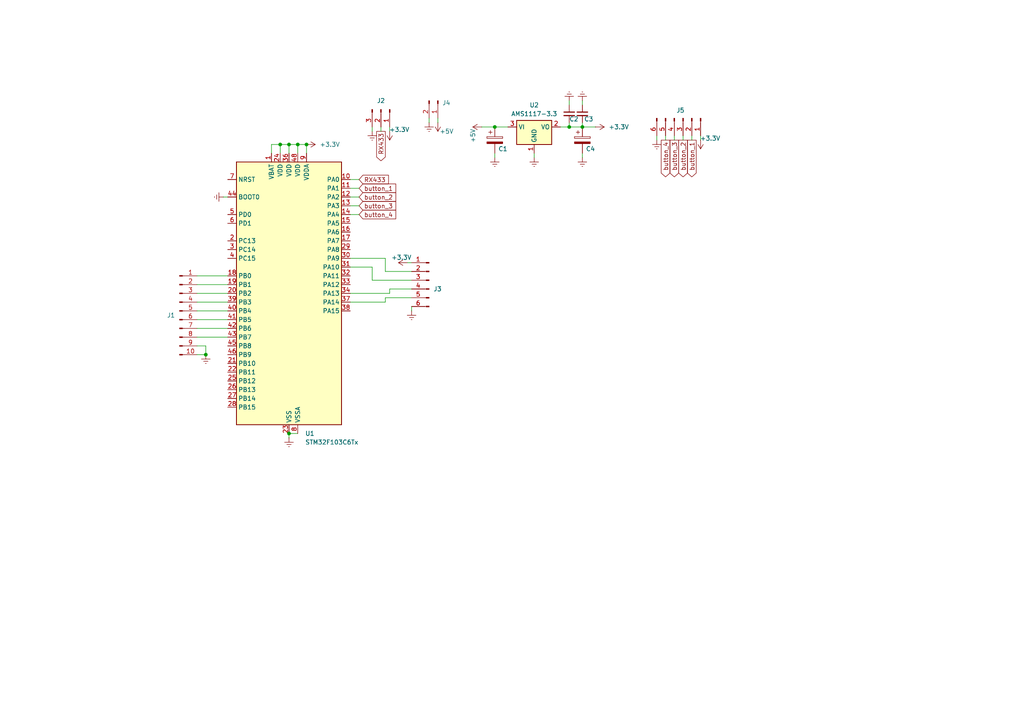
<source format=kicad_sch>
(kicad_sch (version 20250114) (generator "eeschema") (generator_version "9.0")
  (paper "A4")
  (lib_symbols
    (symbol "Connector:Conn_01x02_Pin" (pin_names (offset 1.016) (hide yes))
      (property "Reference" "J" (at 0 2.54 0))
      (property "Value" "Conn_01x02_Pin" (at 0 -5.08 0))
      (symbol "Conn_01x02_Pin_1_1"
        (rectangle (start 0.8636 0.127) (end 0 -0.127) (stroke (width 0.1524)) (fill (type outline)))
        (rectangle (start 0.8636 -2.413) (end 0 -2.667) (stroke (width 0.1524)) (fill (type outline)))
        (polyline (pts (xy 1.27 0) (xy 0.8636 0)) (stroke (width 0.1524)))
        (polyline (pts (xy 1.27 -2.54) (xy 0.8636 -2.54)) (stroke (width 0.1524)))
        (pin passive line (at 5.08 0 180) (length 3.81) (name "Pin_1") (number "1"))
        (pin passive line (at 5.08 -2.54 180) (length 3.81) (name "Pin_2") (number "2"))
      )
    )
    (symbol "Connector:Conn_01x03_Pin" (pin_names (offset 1.016) (hide yes))
      (property "Reference" "J" (at 0 5.08 0))
      (property "Value" "Conn_01x03_Pin" (at 0 -5.08 0))
      (symbol "Conn_01x03_Pin_1_1"
        (rectangle (start 0.8636 2.667) (end 0 2.413) (stroke (width 0.1524)) (fill (type outline)))
        (rectangle (start 0.8636 0.127) (end 0 -0.127) (stroke (width 0.1524)) (fill (type outline)))
        (rectangle (start 0.8636 -2.413) (end 0 -2.667) (stroke (width 0.1524)) (fill (type outline)))
        (polyline (pts (xy 1.27 2.54) (xy 0.8636 2.54)) (stroke (width 0.1524)))
        (polyline (pts (xy 1.27 0) (xy 0.8636 0)) (stroke (width 0.1524)))
        (polyline (pts (xy 1.27 -2.54) (xy 0.8636 -2.54)) (stroke (width 0.1524)))
        (pin passive line (at 5.08 2.54 180) (length 3.81) (name "Pin_1") (number "1"))
        (pin passive line (at 5.08 0 180) (length 3.81) (name "Pin_2") (number "2"))
        (pin passive line (at 5.08 -2.54 180) (length 3.81) (name "Pin_3") (number "3"))
      )
    )
    (symbol "Connector:Conn_01x06_Pin" (pin_names (offset 1.016) (hide yes))
      (property "Reference" "J" (at 0 7.62 0))
      (property "Value" "Conn_01x06_Pin" (at 0 -10.16 0))
      (symbol "Conn_01x06_Pin_1_1"
        (rectangle (start 0.8636 5.207) (end 0 4.953) (stroke (width 0.1524)) (fill (type outline)))
        (rectangle (start 0.8636 2.667) (end 0 2.413) (stroke (width 0.1524)) (fill (type outline)))
        (rectangle (start 0.8636 0.127) (end 0 -0.127) (stroke (width 0.1524)) (fill (type outline)))
        (rectangle (start 0.8636 -2.413) (end 0 -2.667) (stroke (width 0.1524)) (fill (type outline)))
        (rectangle (start 0.8636 -4.953) (end 0 -5.207) (stroke (width 0.1524)) (fill (type outline)))
        (rectangle (start 0.8636 -7.493) (end 0 -7.747) (stroke (width 0.1524)) (fill (type outline)))
        (polyline (pts (xy 1.27 5.08) (xy 0.8636 5.08)) (stroke (width 0.1524)))
        (polyline (pts (xy 1.27 2.54) (xy 0.8636 2.54)) (stroke (width 0.1524)))
        (polyline (pts (xy 1.27 0) (xy 0.8636 0)) (stroke (width 0.1524)))
        (polyline (pts (xy 1.27 -2.54) (xy 0.8636 -2.54)) (stroke (width 0.1524)))
        (polyline (pts (xy 1.27 -5.08) (xy 0.8636 -5.08)) (stroke (width 0.1524)))
        (polyline (pts (xy 1.27 -7.62) (xy 0.8636 -7.62)) (stroke (width 0.1524)))
        (pin passive line (at 5.08 5.08 180) (length 3.81) (name "Pin_1") (number "1"))
        (pin passive line (at 5.08 2.54 180) (length 3.81) (name "Pin_2") (number "2"))
        (pin passive line (at 5.08 0 180) (length 3.81) (name "Pin_3") (number "3"))
        (pin passive line (at 5.08 -2.54 180) (length 3.81) (name "Pin_4") (number "4"))
        (pin passive line (at 5.08 -5.08 180) (length 3.81) (name "Pin_5") (number "5"))
        (pin passive line (at 5.08 -7.62 180) (length 3.81) (name "Pin_6") (number "6"))
      )
    )
    (symbol "Connector:Conn_01x10_Pin" (pin_names (offset 1.016) (hide yes))
      (property "Reference" "J" (at 0 12.7 0))
      (property "Value" "Conn_01x10_Pin" (at 0 -15.24 0))
      (symbol "Conn_01x10_Pin_1_1"
        (rectangle (start 0.8636 10.287) (end 0 10.033) (stroke (width 0.1524)) (fill (type outline)))
        (rectangle (start 0.8636 7.747) (end 0 7.493) (stroke (width 0.1524)) (fill (type outline)))
        (rectangle (start 0.8636 5.207) (end 0 4.953) (stroke (width 0.1524)) (fill (type outline)))
        (rectangle (start 0.8636 2.667) (end 0 2.413) (stroke (width 0.1524)) (fill (type outline)))
        (rectangle (start 0.8636 0.127) (end 0 -0.127) (stroke (width 0.1524)) (fill (type outline)))
        (rectangle (start 0.8636 -2.413) (end 0 -2.667) (stroke (width 0.1524)) (fill (type outline)))
        (rectangle (start 0.8636 -4.953) (end 0 -5.207) (stroke (width 0.1524)) (fill (type outline)))
        (rectangle (start 0.8636 -7.493) (end 0 -7.747) (stroke (width 0.1524)) (fill (type outline)))
        (rectangle (start 0.8636 -10.033) (end 0 -10.287) (stroke (width 0.1524)) (fill (type outline)))
        (rectangle (start 0.8636 -12.573) (end 0 -12.827) (stroke (width 0.1524)) (fill (type outline)))
        (polyline (pts (xy 1.27 10.16) (xy 0.8636 10.16)) (stroke (width 0.1524)))
        (polyline (pts (xy 1.27 7.62) (xy 0.8636 7.62)) (stroke (width 0.1524)))
        (polyline (pts (xy 1.27 5.08) (xy 0.8636 5.08)) (stroke (width 0.1524)))
        (polyline (pts (xy 1.27 2.54) (xy 0.8636 2.54)) (stroke (width 0.1524)))
        (polyline (pts (xy 1.27 0) (xy 0.8636 0)) (stroke (width 0.1524)))
        (polyline (pts (xy 1.27 -2.54) (xy 0.8636 -2.54)) (stroke (width 0.1524)))
        (polyline (pts (xy 1.27 -5.08) (xy 0.8636 -5.08)) (stroke (width 0.1524)))
        (polyline (pts (xy 1.27 -7.62) (xy 0.8636 -7.62)) (stroke (width 0.1524)))
        (polyline (pts (xy 1.27 -10.16) (xy 0.8636 -10.16)) (stroke (width 0.1524)))
        (polyline (pts (xy 1.27 -12.7) (xy 0.8636 -12.7)) (stroke (width 0.1524)))
        (pin passive line (at 5.08 10.16 180) (length 3.81) (name "Pin_1") (number "1"))
        (pin passive line (at 5.08 7.62 180) (length 3.81) (name "Pin_2") (number "2"))
        (pin passive line (at 5.08 5.08 180) (length 3.81) (name "Pin_3") (number "3"))
        (pin passive line (at 5.08 2.54 180) (length 3.81) (name "Pin_4") (number "4"))
        (pin passive line (at 5.08 0 180) (length 3.81) (name "Pin_5") (number "5"))
        (pin passive line (at 5.08 -2.54 180) (length 3.81) (name "Pin_6") (number "6"))
        (pin passive line (at 5.08 -5.08 180) (length 3.81) (name "Pin_7") (number "7"))
        (pin passive line (at 5.08 -7.62 180) (length 3.81) (name "Pin_8") (number "8"))
        (pin passive line (at 5.08 -10.16 180) (length 3.81) (name "Pin_9") (number "9"))
        (pin passive line (at 5.08 -12.7 180) (length 3.81) (name "Pin_10") (number "10"))
      )
    )
    (symbol "Device:C_Polarized" (pin_numbers (hide yes)) (pin_names (offset 0.254))
      (property "Reference" "C" (at 0.635 2.54 0))
      (property "Value" "C_Polarized" (at 0.635 -2.54 0))
      (symbol "C_Polarized_0_1"
        (rectangle (start -2.286 0.508) (end 2.286 1.016))
        (polyline (pts (xy -1.778 2.286) (xy -0.762 2.286)))
        (polyline (pts (xy -1.27 2.794) (xy -1.27 1.778)))
        (rectangle (start 2.286 -0.508) (end -2.286 -1.016) (fill (type outline)))
      )
      (symbol "C_Polarized_1_1"
        (pin passive line (at 0 3.81 270) (length 2.794) (name "~") (number "1"))
        (pin passive line (at 0 -3.81 90) (length 2.794) (name "~") (number "2"))
      )
    )
    (symbol "Device:C_Small" (pin_numbers (hide yes)) (pin_names (offset 0.254) (hide yes))
      (property "Reference" "C" (at 0.254 1.778 0))
      (property "Value" "C_Small" (at 0.254 -2.032 0))
      (symbol "C_Small_0_1"
        (polyline (pts (xy -1.524 0.508) (xy 1.524 0.508)) (stroke (width 0.3048)))
        (polyline (pts (xy -1.524 -0.508) (xy 1.524 -0.508)) (stroke (width 0.3302)))
      )
      (symbol "C_Small_1_1"
        (pin passive line (at 0 2.54 270) (length 2.032) (name "~") (number "1"))
        (pin passive line (at 0 -2.54 90) (length 2.032) (name "~") (number "2"))
      )
    )
    (symbol "MCU_ST_STM32F1:STM32F103C6Tx"
      (property "Reference" "U" (at -15.24 39.37 0))
      (property "Value" "STM32F103C6Tx" (at 7.62 39.37 0))
      (symbol "STM32F103C6Tx_0_1"
        (rectangle (start -15.24 -38.1) (end 15.24 38.1) (stroke (width 0.254)) (fill (type background)))
      )
      (symbol "STM32F103C6Tx_1_1"
        (pin input line (at -17.78 33.02 0) (length 2.54) (name "NRST") (number "7"))
        (pin input line (at -17.78 27.94 0) (length 2.54) (name "BOOT0") (number "44"))
        (pin bidirectional line (at -17.78 22.86 0) (length 2.54) (name "PD0") (number "5"))
        (pin bidirectional line (at -17.78 20.32 0) (length 2.54) (name "PD1") (number "6"))
        (pin bidirectional line (at -17.78 15.24 0) (length 2.54) (name "PC13") (number "2"))
        (pin bidirectional line (at -17.78 12.7 0) (length 2.54) (name "PC14") (number "3"))
        (pin bidirectional line (at -17.78 10.16 0) (length 2.54) (name "PC15") (number "4"))
        (pin bidirectional line (at -17.78 5.08 0) (length 2.54) (name "PB0") (number "18"))
        (pin bidirectional line (at -17.78 2.54 0) (length 2.54) (name "PB1") (number "19"))
        (pin bidirectional line (at -17.78 0 0) (length 2.54) (name "PB2") (number "20"))
        (pin bidirectional line (at -17.78 -2.54 0) (length 2.54) (name "PB3") (number "39"))
        (pin bidirectional line (at -17.78 -5.08 0) (length 2.54) (name "PB4") (number "40"))
        (pin bidirectional line (at -17.78 -7.62 0) (length 2.54) (name "PB5") (number "41"))
        (pin bidirectional line (at -17.78 -10.16 0) (length 2.54) (name "PB6") (number "42"))
        (pin bidirectional line (at -17.78 -12.7 0) (length 2.54) (name "PB7") (number "43"))
        (pin bidirectional line (at -17.78 -15.24 0) (length 2.54) (name "PB8") (number "45"))
        (pin bidirectional line (at -17.78 -17.78 0) (length 2.54) (name "PB9") (number "46"))
        (pin bidirectional line (at -17.78 -20.32 0) (length 2.54) (name "PB10") (number "21"))
        (pin bidirectional line (at -17.78 -22.86 0) (length 2.54) (name "PB11") (number "22"))
        (pin bidirectional line (at -17.78 -25.4 0) (length 2.54) (name "PB12") (number "25"))
        (pin bidirectional line (at -17.78 -27.94 0) (length 2.54) (name "PB13") (number "26"))
        (pin bidirectional line (at -17.78 -30.48 0) (length 2.54) (name "PB14") (number "27"))
        (pin bidirectional line (at -17.78 -33.02 0) (length 2.54) (name "PB15") (number "28"))
        (pin power_in line (at -5.08 40.64 270) (length 2.54) (name "VBAT") (number "1"))
        (pin power_in line (at -2.54 40.64 270) (length 2.54) (name "VDD") (number "24"))
        (pin power_in line (at 0 40.64 270) (length 2.54) (name "VDD") (number "36"))
        (pin power_in line (at 0 -40.64 90) (length 2.54) (name "VSS") (number "23"))
        (pin passive line (at 0 -40.64 90) (length 2.54) (hide yes) (name "VSS") (number "35"))
        (pin passive line (at 0 -40.64 90) (length 2.54) (hide yes) (name "VSS") (number "47"))
        (pin power_in line (at 2.54 40.64 270) (length 2.54) (name "VDD") (number "48"))
        (pin power_in line (at 2.54 -40.64 90) (length 2.54) (name "VSSA") (number "8"))
        (pin power_in line (at 5.08 40.64 270) (length 2.54) (name "VDDA") (number "9"))
        (pin bidirectional line (at 17.78 33.02 180) (length 2.54) (name "PA0") (number "10"))
        (pin bidirectional line (at 17.78 30.48 180) (length 2.54) (name "PA1") (number "11"))
        (pin bidirectional line (at 17.78 27.94 180) (length 2.54) (name "PA2") (number "12"))
        (pin bidirectional line (at 17.78 25.4 180) (length 2.54) (name "PA3") (number "13"))
        (pin bidirectional line (at 17.78 22.86 180) (length 2.54) (name "PA4") (number "14"))
        (pin bidirectional line (at 17.78 20.32 180) (length 2.54) (name "PA5") (number "15"))
        (pin bidirectional line (at 17.78 17.78 180) (length 2.54) (name "PA6") (number "16"))
        (pin bidirectional line (at 17.78 15.24 180) (length 2.54) (name "PA7") (number "17"))
        (pin bidirectional line (at 17.78 12.7 180) (length 2.54) (name "PA8") (number "29"))
        (pin bidirectional line (at 17.78 10.16 180) (length 2.54) (name "PA9") (number "30"))
        (pin bidirectional line (at 17.78 7.62 180) (length 2.54) (name "PA10") (number "31"))
        (pin bidirectional line (at 17.78 5.08 180) (length 2.54) (name "PA11") (number "32"))
        (pin bidirectional line (at 17.78 2.54 180) (length 2.54) (name "PA12") (number "33"))
        (pin bidirectional line (at 17.78 0 180) (length 2.54) (name "PA13") (number "34"))
        (pin bidirectional line (at 17.78 -2.54 180) (length 2.54) (name "PA14") (number "37"))
        (pin bidirectional line (at 17.78 -5.08 180) (length 2.54) (name "PA15") (number "38"))
      )
    )
    (symbol "Regulator_Linear:AMS1117-3.3"
      (property "Reference" "U" (at -3.81 3.175 0))
      (property "Value" "AMS1117-3.3" (at 0 3.175 0))
      (symbol "AMS1117-3.3_0_1"
        (rectangle (start -5.08 -5.08) (end 5.08 1.905) (stroke (width 0.254)) (fill (type background)))
      )
      (symbol "AMS1117-3.3_1_1"
        (pin power_in line (at -7.62 0 0) (length 2.54) (name "VI") (number "3"))
        (pin power_in line (at 0 -7.62 90) (length 2.54) (name "GND") (number "1"))
        (pin power_out line (at 7.62 0 180) (length 2.54) (name "VO") (number "2"))
      )
    )
    (symbol "power:+3.3V" (power) (pin_numbers (hide yes)) (pin_names (offset 0) (hide yes))
      (property "Value" "+3.3V" (at 0 3.556 0))
      (symbol "+3.3V_0_1"
        (polyline (pts (xy -0.762 1.27) (xy 0 2.54)))
        (polyline (pts (xy 0 2.54) (xy 0.762 1.27)))
        (polyline (pts (xy 0 0) (xy 0 2.54)))
      )
      (symbol "+3.3V_1_1"
        (pin power_in line (at 0 0 90) (length 0) (name "~") (number "1"))
      )
    )
    (symbol "power:+5V" (power) (pin_numbers (hide yes)) (pin_names (offset 0) (hide yes))
      (property "Value" "+5V" (at 0 3.556 0))
      (symbol "+5V_0_1"
        (polyline (pts (xy -0.762 1.27) (xy 0 2.54)))
        (polyline (pts (xy 0 2.54) (xy 0.762 1.27)))
        (polyline (pts (xy 0 0) (xy 0 2.54)))
      )
      (symbol "+5V_1_1"
        (pin power_in line (at 0 0 90) (length 0) (name "~") (number "1"))
      )
    )
    (symbol "power:GNDREF" (power) (pin_numbers (hide yes)) (pin_names (offset 0) (hide yes))
      (property "Value" "GNDREF" (at 0 -3.81 0))
      (symbol "GNDREF_0_1"
        (polyline (pts (xy -0.635 -1.905) (xy 0.635 -1.905)))
        (polyline (pts (xy -0.127 -2.54) (xy 0.127 -2.54)))
        (polyline (pts (xy 0 -1.27) (xy 0 0)))
        (polyline (pts (xy 1.27 -1.27) (xy -1.27 -1.27)))
      )
      (symbol "GNDREF_1_1"
        (pin power_in line (at 0 0 270) (length 0) (name "~") (number "1"))
      )
    )
  )
  (junction (at 168.91 36.83))
  (junction (at 59.69 102.87))
  (junction (at 143.51 36.83))
  (junction (at 83.82 41.91))
  (junction (at 86.36 41.91))
  (junction (at 88.9 41.91))
  (junction (at 81.28 41.91))
  (junction (at 83.82 125.73))
  (junction (at 165.1 36.83))
  (wire (pts (xy 113.03 36.83) (xy 113.03 38.1)))
  (wire (pts (xy 101.6 52.07) (xy 104.14 52.07)))
  (wire (pts (xy 101.6 57.15) (xy 104.14 57.15)))
  (wire (pts (xy 111.76 86.36) (xy 111.76 87.63)))
  (wire (pts (xy 83.82 125.73) (xy 86.36 125.73)))
  (wire (pts (xy 57.15 92.71) (xy 66.04 92.71)))
  (wire (pts (xy 168.91 35.56) (xy 168.91 36.83)))
  (wire (pts (xy 83.82 41.91) (xy 83.82 44.45)))
  (wire (pts (xy 110.49 36.83) (xy 110.49 38.1)))
  (wire (pts (xy 111.76 87.63) (xy 101.6 87.63)))
  (wire (pts (xy 111.76 74.93) (xy 111.76 78.74)))
  (wire (pts (xy 168.91 44.45) (xy 168.91 45.72)))
  (wire (pts (xy 57.15 87.63) (xy 66.04 87.63)))
  (wire (pts (xy 111.76 86.36) (xy 119.38 86.36)))
  (wire (pts (xy 107.95 81.28) (xy 119.38 81.28)))
  (wire (pts (xy 101.6 59.69) (xy 104.14 59.69)))
  (wire (pts (xy 118.11 76.2) (xy 119.38 76.2)))
  (wire (pts (xy 139.7 36.83) (xy 143.51 36.83)))
  (wire (pts (xy 83.82 125.73) (xy 83.82 127)))
  (wire (pts (xy 57.15 82.55) (xy 66.04 82.55)))
  (wire (pts (xy 57.15 90.17) (xy 66.04 90.17)))
  (wire (pts (xy 57.15 80.01) (xy 66.04 80.01)))
  (wire (pts (xy 165.1 36.83) (xy 168.91 36.83)))
  (wire (pts (xy 57.15 85.09) (xy 66.04 85.09)))
  (wire (pts (xy 59.69 102.87) (xy 57.15 102.87)))
  (wire (pts (xy 190.5 39.37) (xy 190.5 40.64)))
  (wire (pts (xy 200.66 39.37) (xy 200.66 40.64)))
  (wire (pts (xy 162.56 36.83) (xy 165.1 36.83)))
  (wire (pts (xy 59.69 100.33) (xy 59.69 102.87)))
  (wire (pts (xy 143.51 36.83) (xy 147.32 36.83)))
  (wire (pts (xy 88.9 41.91) (xy 88.9 44.45)))
  (wire (pts (xy 203.2 39.37) (xy 203.2 40.64)))
  (wire (pts (xy 193.04 39.37) (xy 193.04 40.64)))
  (wire (pts (xy 113.03 83.82) (xy 119.38 83.82)))
  (wire (pts (xy 119.38 88.9) (xy 119.38 90.17)))
  (wire (pts (xy 168.91 29.21) (xy 168.91 30.48)))
  (wire (pts (xy 101.6 54.61) (xy 104.14 54.61)))
  (wire (pts (xy 198.12 39.37) (xy 198.12 40.64)))
  (wire (pts (xy 78.74 41.91) (xy 81.28 41.91)))
  (wire (pts (xy 101.6 85.09) (xy 113.03 85.09)))
  (wire (pts (xy 195.58 39.37) (xy 195.58 40.64)))
  (wire (pts (xy 64.77 57.15) (xy 66.04 57.15)))
  (wire (pts (xy 113.03 83.82) (xy 113.03 85.09)))
  (wire (pts (xy 111.76 78.74) (xy 119.38 78.74)))
  (wire (pts (xy 165.1 29.21) (xy 165.1 30.48)))
  (wire (pts (xy 83.82 41.91) (xy 86.36 41.91)))
  (wire (pts (xy 57.15 95.25) (xy 66.04 95.25)))
  (wire (pts (xy 107.95 36.83) (xy 107.95 38.1)))
  (wire (pts (xy 101.6 77.47) (xy 107.95 77.47)))
  (wire (pts (xy 168.91 36.83) (xy 172.72 36.83)))
  (wire (pts (xy 101.6 74.93) (xy 111.76 74.93)))
  (wire (pts (xy 101.6 62.23) (xy 104.14 62.23)))
  (wire (pts (xy 57.15 100.33) (xy 59.69 100.33)))
  (wire (pts (xy 127 34.29) (xy 127 35.56)))
  (wire (pts (xy 86.36 41.91) (xy 88.9 41.91)))
  (wire (pts (xy 165.1 35.56) (xy 165.1 36.83)))
  (wire (pts (xy 143.51 44.45) (xy 143.51 45.72)))
  (wire (pts (xy 124.46 34.29) (xy 124.46 35.56)))
  (wire (pts (xy 107.95 77.47) (xy 107.95 81.28)))
  (wire (pts (xy 154.94 44.45) (xy 154.94 45.72)))
  (wire (pts (xy 86.36 41.91) (xy 86.36 44.45)))
  (wire (pts (xy 78.74 44.45) (xy 78.74 41.91)))
  (wire (pts (xy 57.15 97.79) (xy 66.04 97.79)))
  (wire (pts (xy 81.28 41.91) (xy 83.82 41.91)))
  (wire (pts (xy 81.28 44.45) (xy 81.28 41.91)))
  (global_label "button_4" (shape input) (at 104.14 62.23 0) (property "Intersheetrefs" "${INTERSHEET_REFS}" (effects (hide yes))))
  (global_label "button_1" (shape input) (at 104.14 54.61 0) (property "Intersheetrefs" "${INTERSHEET_REFS}" (effects (hide yes))))
  (global_label "button_2" (shape output) (at 198.12 40.64 270) (property "Intersheetrefs" "${INTERSHEET_REFS}" (effects (hide yes))))
  (global_label "button_4" (shape output) (at 193.04 40.64 270) (property "Intersheetrefs" "${INTERSHEET_REFS}" (effects (hide yes))))
  (global_label "RX433" (shape input) (at 104.14 52.07 0) (property "Intersheetrefs" "${INTERSHEET_REFS}" (effects (hide yes))))
  (global_label "button_3" (shape output) (at 195.58 40.64 270) (property "Intersheetrefs" "${INTERSHEET_REFS}" (effects (hide yes))))
  (global_label "button_2" (shape input) (at 104.14 57.15 0) (property "Intersheetrefs" "${INTERSHEET_REFS}" (effects (hide yes))))
  (global_label "button_1" (shape output) (at 200.66 40.64 270) (property "Intersheetrefs" "${INTERSHEET_REFS}" (effects (hide yes))))
  (global_label "button_3" (shape input) (at 104.14 59.69 0) (property "Intersheetrefs" "${INTERSHEET_REFS}" (effects (hide yes))))
  (global_label "RX433" (shape output) (at 110.49 38.1 270) (property "Intersheetrefs" "${INTERSHEET_REFS}" (effects (hide yes))))
  (symbol (lib_id "power:GNDREF") (at 143.51 45.72 0) (unit 1)
    (property "Reference" "#PWR012" (effects (hide yes)))
    (property "Value" "GNDREF" (effects (hide yes)))
    (property "Description" "Power symbol creates a global label with name \"GNDREF\" , reference supply ground" (effects (hide yes)))
  )
  (symbol (lib_id "power:+5V") (at 127 35.56 180) (unit 1)
    (property "Reference" "#PWR010" (effects (hide yes)))
    (property "Value" "+5V" (at 129.54 38.1 0))
    (property "Description" "Power symbol creates a global label with name \"+5V\"" (effects (hide yes)))
  )
  (symbol (lib_id "power:+3.3V") (at 203.2 40.64 180) (unit 1)
    (property "Reference" "#PWR019" (effects (hide yes)))
    (property "Value" "+3.3V" (at 205.994 40.132 0))
    (property "Description" "Power symbol creates a global label with name \"+3.3V\"" (effects (hide yes)))
  )
  (symbol (lib_id "power:GNDREF") (at 168.91 45.72 0) (unit 1)
    (property "Reference" "#PWR016" (effects (hide yes)))
    (property "Value" "GNDREF" (effects (hide yes)))
    (property "Description" "Power symbol creates a global label with name \"GNDREF\" , reference supply ground" (effects (hide yes)))
  )
  (symbol (lib_id "Connector:Conn_01x06_Pin") (at 198.12 34.29 270) (unit 1)
    (property "Reference" "J5" (at 197.358 32.004 90))
    (property "Value" "Conn_01x06_Pin" (effects (hide yes)))
    (property "Footprint" "main:PinHeader_1x06_P2.54mm_Vertical" (effects (hide yes)))
    (property "Description" "Generic connector, single row, 01x06, script generated" (effects (hide yes)))
  )
  (symbol (lib_id "Device:C_Small") (at 168.91 33.02 0) (unit 1)
    (property "Reference" "C3" (at 169.418 34.544 0) (effects (justify left)))
    (property "Value" "C_Small" (effects (hide yes)))
    (property "Footprint" "Capacitor_SMD:C_0805_2012Metric_Pad1.18x1.45mm_HandSolder" (effects (hide yes)))
    (property "Description" "Unpolarized capacitor, small symbol" (effects (hide yes)))
  )
  (symbol (lib_id "Device:C_Polarized") (at 168.91 40.64 0) (unit 1)
    (property "Reference" "C4" (at 169.926 43.18 0) (effects (justify left)))
    (property "Value" "C_Polarized" (effects (hide yes)))
    (property "Footprint" "Capacitor_THT:CP_Radial_D7.5mm_P2.50mm" (effects (hide yes)))
    (property "Description" "Polarized capacitor" (effects (hide yes)))
  )
  (symbol (lib_id "power:GNDREF") (at 190.5 40.64 0) (unit 1)
    (property "Reference" "#PWR018" (effects (hide yes)))
    (property "Value" "GNDREF" (effects (hide yes)))
    (property "Description" "Power symbol creates a global label with name \"GNDREF\" , reference supply ground" (effects (hide yes)))
  )
  (symbol (lib_id "power:GNDREF") (at 165.1 29.21 180) (unit 1)
    (property "Reference" "#PWR014" (effects (hide yes)))
    (property "Value" "GNDREF" (effects (hide yes)))
    (property "Description" "Power symbol creates a global label with name \"GNDREF\" , reference supply ground" (effects (hide yes)))
  )
  (symbol (lib_id "power:GNDREF") (at 119.38 90.17 0) (unit 1)
    (property "Reference" "#PWR08" (effects (hide yes)))
    (property "Value" "GNDREF" (effects (hide yes)))
    (property "Description" "Power symbol creates a global label with name \"GNDREF\" , reference supply ground" (effects (hide yes)))
  )
  (symbol (lib_id "power:+3.3V") (at 118.11 76.2 90) (unit 1)
    (property "Reference" "#PWR07" (effects (hide yes)))
    (property "Value" "+3.3V" (at 119.38 74.676 90) (effects (justify left)))
    (property "Description" "Power symbol creates a global label with name \"+3.3V\"" (effects (hide yes)))
  )
  (symbol (lib_id "Connector:Conn_01x06_Pin") (at 124.46 81.28 0) (mirror y) (unit 1)
    (property "Reference" "J3" (at 125.73 83.8201 0) (effects (justify right)))
    (property "Value" "Conn_01x06_Pin" (effects (hide yes)))
    (property "Footprint" "main:PinHeader_1x06_P2.54mm_Vertical" (effects (hide yes)))
    (property "Description" "Generic connector, single row, 01x06, script generated" (effects (hide yes)))
  )
  (symbol (lib_id "Device:C_Polarized") (at 143.51 40.64 0) (unit 1)
    (property "Reference" "C1" (at 144.526 43.18 0) (effects (justify left)))
    (property "Value" "C_Polarized" (effects (hide yes)))
    (property "Footprint" "Capacitor_THT:CP_Radial_D7.5mm_P2.50mm" (effects (hide yes)))
    (property "Description" "Polarized capacitor" (effects (hide yes)))
  )
  (symbol (lib_id "Connector:Conn_01x03_Pin") (at 110.49 31.75 270) (unit 1)
    (property "Reference" "J2" (at 110.49 29.21 90))
    (property "Value" "Conn_01x03_Pin" (effects (hide yes)))
    (property "Footprint" "main:PinHeader_1x03_P2.54mm_Vertical" (effects (hide yes)))
    (property "Description" "Generic connector, single row, 01x03, script generated" (effects (hide yes)))
  )
  (symbol (lib_id "Connector:Conn_01x10_Pin") (at 52.07 90.17 0) (unit 1)
    (property "Reference" "J1" (at 50.8 91.4401 0) (effects (justify right)))
    (property "Value" "Conn_01x10_Pin" (effects (hide yes)))
    (property "Footprint" "main:PinHeader_2x05_P2.54mm_Vertical" (effects (hide yes)))
    (property "Description" "Generic connector, single row, 01x10, script generated" (effects (hide yes)))
  )
  (symbol (lib_id "power:+3.3V") (at 88.9 41.91 270) (unit 1)
    (property "Reference" "#PWR04" (effects (hide yes)))
    (property "Value" "+3.3V" (at 92.71 41.9099 90) (effects (justify left)))
    (property "Description" "Power symbol creates a global label with name \"+3.3V\"" (effects (hide yes)))
  )
  (symbol (lib_id "power:+5V") (at 139.7 36.83 90) (unit 1)
    (property "Reference" "#PWR011" (effects (hide yes)))
    (property "Value" "+5V" (at 137.16 39.37 0))
    (property "Description" "Power symbol creates a global label with name \"+5V\"" (effects (hide yes)))
  )
  (symbol (lib_id "power:GNDREF") (at 107.95 38.1 0) (unit 1)
    (property "Reference" "#PWR05" (effects (hide yes)))
    (property "Value" "GNDREF" (effects (hide yes)))
    (property "Description" "Power symbol creates a global label with name \"GNDREF\" , reference supply ground" (effects (hide yes)))
  )
  (symbol (lib_id "power:GNDREF") (at 64.77 57.15 270) (unit 1)
    (property "Reference" "#PWR02" (effects (hide yes)))
    (property "Value" "GNDREF" (effects (hide yes)))
    (property "Description" "Power symbol creates a global label with name \"GNDREF\" , reference supply ground" (effects (hide yes)))
  )
  (symbol (lib_id "Device:C_Small") (at 165.1 33.02 0) (unit 1)
    (property "Reference" "C2" (at 165.1 34.544 0) (effects (justify left)))
    (property "Value" "C_Small" (effects (hide yes)))
    (property "Footprint" "Capacitor_SMD:C_0805_2012Metric_Pad1.18x1.45mm_HandSolder" (effects (hide yes)))
    (property "Description" "Unpolarized capacitor, small symbol" (effects (hide yes)))
  )
  (symbol (lib_id "power:GNDREF") (at 59.69 102.87 0) (unit 1)
    (property "Reference" "#PWR01" (effects (hide yes)))
    (property "Value" "GNDREF" (effects (hide yes)))
    (property "Description" "Power symbol creates a global label with name \"GNDREF\" , reference supply ground" (effects (hide yes)))
  )
  (symbol (lib_id "power:+3.3V") (at 172.72 36.83 270) (unit 1)
    (property "Reference" "#PWR017" (effects (hide yes)))
    (property "Value" "+3.3V" (at 176.53 36.8299 90) (effects (justify left)))
    (property "Description" "Power symbol creates a global label with name \"+3.3V\"" (effects (hide yes)))
  )
  (symbol (lib_id "power:GNDREF") (at 83.82 127 0) (unit 1)
    (property "Reference" "#PWR03" (effects (hide yes)))
    (property "Value" "GNDREF" (effects (hide yes)))
    (property "Description" "Power symbol creates a global label with name \"GNDREF\" , reference supply ground" (effects (hide yes)))
  )
  (symbol (lib_id "power:+3.3V") (at 113.03 38.1 180) (unit 1)
    (property "Reference" "#PWR06" (effects (hide yes)))
    (property "Value" "+3.3V" (at 115.824 37.592 0))
    (property "Description" "Power symbol creates a global label with name \"+3.3V\"" (effects (hide yes)))
  )
  (symbol (lib_id "Connector:Conn_01x02_Pin") (at 127 29.21 270) (unit 1)
    (property "Reference" "J4" (at 128.27 29.8449 90) (effects (justify left)))
    (property "Value" "Conn_01x02_Pin" (effects (hide yes)))
    (property "Footprint" "main:PinHeader_1x02_P2.54mm_Vertical" (effects (hide yes)))
    (property "Description" "Generic connector, single row, 01x02, script generated" (effects (hide yes)))
  )
  (symbol (lib_id "MCU_ST_STM32F1:STM32F103C6Tx") (at 83.82 85.09 0) (unit 1)
    (property "Reference" "U1" (at 88.5033 125.73 0) (effects (justify left)))
    (property "Value" "STM32F103C6Tx" (at 88.5033 128.27 0) (effects (justify left)))
    (property "Footprint" "Package_QFP:LQFP-48_7x7mm_P0.5mm" (effects (hide yes)))
    (property "Datasheet" "https://www.st.com/resource/en/datasheet/stm32f103c6.pdf" (effects (hide yes)))
    (property "Description" "STMicroelectronics Arm Cortex-M3 MCU, 32KB flash, 10KB RAM, 72 MHz, 2.0-3.6V, 37 GPIO, LQFP48" (effects (hide yes)))
  )
  (symbol (lib_id "Regulator_Linear:AMS1117-3.3") (at 154.94 36.83 0) (unit 1)
    (property "Reference" "U2" (at 154.94 30.48 0))
    (property "Value" "AMS1117-3.3" (at 154.94 33.02 0))
    (property "Footprint" "Package_TO_SOT_SMD:SOT-223-3_TabPin2" (effects (hide yes)))
    (property "Datasheet" "http://www.advanced-monolithic.com/pdf/ds1117.pdf" (effects (hide yes)))
    (property "Description" "1A Low Dropout regulator, positive, 3.3V fixed output, SOT-223" (effects (hide yes)))
  )
  (symbol (lib_id "power:GNDREF") (at 154.94 45.72 0) (unit 1)
    (property "Reference" "#PWR013" (effects (hide yes)))
    (property "Value" "GNDREF" (effects (hide yes)))
    (property "Description" "Power symbol creates a global label with name \"GNDREF\" , reference supply ground" (effects (hide yes)))
  )
  (symbol (lib_id "power:GNDREF") (at 124.46 35.56 0) (unit 1)
    (property "Reference" "#PWR09" (effects (hide yes)))
    (property "Value" "GNDREF" (effects (hide yes)))
    (property "Description" "Power symbol creates a global label with name \"GNDREF\" , reference supply ground" (effects (hide yes)))
  )
  (symbol (lib_id "power:GNDREF") (at 168.91 29.21 180) (unit 1)
    (property "Reference" "#PWR015" (effects (hide yes)))
    (property "Value" "GNDREF" (effects (hide yes)))
    (property "Description" "Power symbol creates a global label with name \"GNDREF\" , reference supply ground" (effects (hide yes)))
  )
)
</source>
